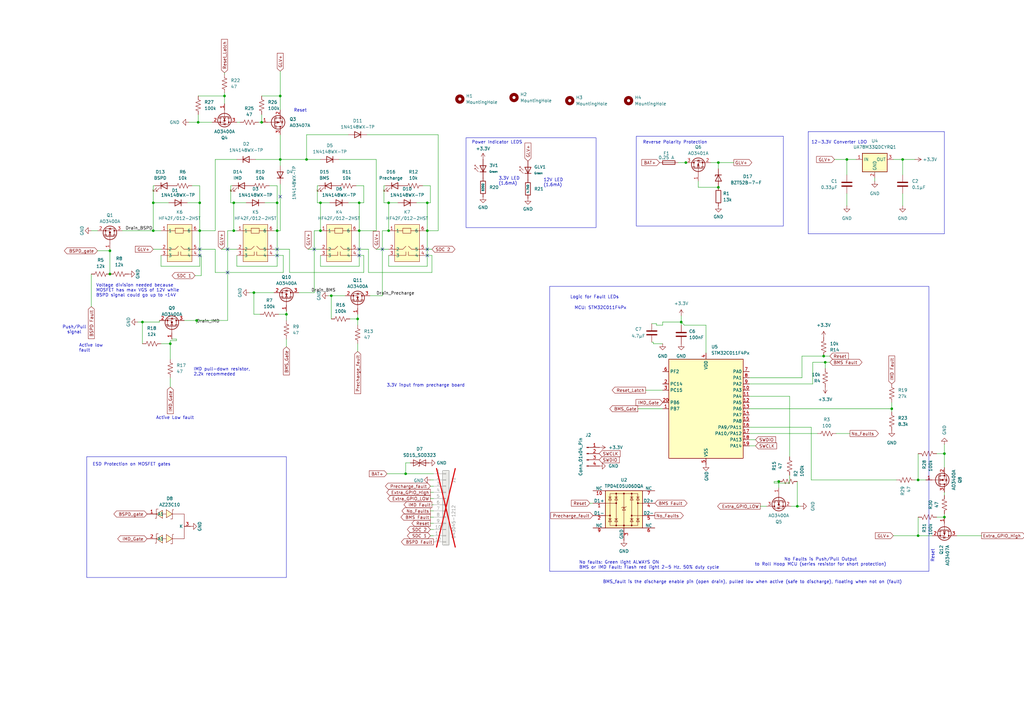
<source format=kicad_sch>
(kicad_sch (version 20250114) (generator "eeschema") (generator_version "9.0")
  (paper "A3")
  (rectangle (start 260.985 55.88) (end 321.31 92.71))
  (rectangle (start 191.135 56.515) (end 244.475 93.345))
  (rectangle (start 331.47 53.975) (end 387.35 95.885))
  (rectangle (start 35.56 187.325) (end 117.475 236.855))
  (rectangle (start 225.425 117.475) (end 381 234.315))
  (text "Active low \nfault" (at 32.385 144.526 0) (effects (font (size 1.27 1.27)) (justify left bottom)))
  (text "12V LED\n(1.6mA)" (at 222.885 74.93 0) (effects (font (size 1.27 1.27)) (justify left)))
  (text "Reset\n" (at 125.857 46.101 0) (effects (font (size 1.27 1.27)) (justify right bottom)))
  (text "MCU: STM32C011F4Px" (at 235.585 126.365 0) (effects (font (size 1.27 1.27)) (justify left)))
  (text "12-3.3V Converter LDO" (at 344.17 58.42 0) (effects (font (size 1.27 1.27))))
  (text "ESD Protection on MOSFET gates" (at 53.975 190.5 0) (effects (font (size 1.27 1.27))))
  (text "IMD pull-down resistor,\n2.2k recommeded" (at 79.375 154.305 0) (effects (font (size 1.27 1.27)) (justify left bottom)))
  (text "Logic for Fault LEDs" (at 243.84 121.92 0) (effects (font (size 1.27 1.27))))
  (text "Push/Pull\nsignal" (at 30.48 135.255 0) (effects (font (size 1.27 1.27))))
  (text "No Faults is Push/Pull Output\nto Roll Hoop MCU (series resistor for short protection)" (at 336.55 230.505 0) (effects (font (size 1.27 1.27))))
  (text "3.3V input from precharge board" (at 174.625 158.115 0) (effects (font (size 1.27 1.27))))
  (text "Reset\n" (at 383.286 230.632 90) (effects (font (size 1.27 1.27)) (justify left bottom)))
  (text "3.3V LED\n(1.6mA)" (at 204.47 74.295 0) (effects (font (size 1.27 1.27)) (justify left)))
  (text "BMS_fault is the discharge enable pin (open drain), pulled low when active (safe to discharge), floating when not on (fault)" (at 308.61 238.76 0) (effects (font (size 1.27 1.27))))
  (text "Reverse Polarity Protection" (at 276.86 58.42 0) (effects (font (size 1.27 1.27))))
  (text "Active Low fault" (at 71.755 171.45 0) (effects (font (size 1.27 1.27))))
  (text "Power Indicator LEDS" (at 203.835 58.42 0) (effects (font (size 1.27 1.27))))
  (text "Voltage division needed because\nMOSFET has max VGS of 12V while\nBSPD signal could go up to ~14V" (at 39.37 121.92 0) (effects (font (size 1.27 1.27)) (justify left bottom)))
  (text "No faults: Green light ALWAYS ON\nBMS or IMD Fault: Flash red light 2-5 Hz, 50% duty cycle" (at 237.49 231.775 0) (effects (font (size 1.27 1.27)) (justify left)))
  (junction (at 327.025 207.645))
  (junction (at 387.35 212.09))
  (junction (at 81.915 83.185))
  (junction (at 58.42 132.08))
  (junction (at 107.315 50.165))
  (junction (at 294.64 66.675))
  (junction (at 95.885 83.185))
  (junction (at 376.555 219.71))
  (junction (at 113.665 83.185))
  (junction (at 81.28 50.165))
  (junction (at 125.73 65.405))
  (junction (at 387.35 186.055))
  (junction (at 131.445 83.185))
  (junction (at 370.205 65.405))
  (junction (at 159.385 94.615))
  (junction (at 104.14 120.015))
  (junction (at 95.885 94.615))
  (junction (at 347.345 65.405))
  (junction (at 175.26 83.185))
  (junction (at 114.935 65.405))
  (junction (at 114.935 39.37))
  (junction (at 337.82 146.05))
  (junction (at 131.445 94.615))
  (junction (at 146.685 130.81))
  (junction (at 62.865 83.185))
  (junction (at 175.26 94.615))
  (junction (at 117.475 128.905))
  (junction (at 45.085 112.395))
  (junction (at 166.37 194.31))
  (junction (at 113.665 94.615))
  (junction (at 135.89 121.285))
  (junction (at 159.385 83.185))
  (junction (at 338.455 148.59))
  (junction (at 279.4 132.08))
  (junction (at 365.76 167.64))
  (junction (at 45.085 102.87))
  (junction (at 62.865 94.615))
  (junction (at 92.075 39.37))
  (junction (at 80.645 131.445))
  (junction (at 69.85 140.97))
  (junction (at 281.305 66.675))
  (junction (at 294.64 76.835))
  (junction (at 376.555 196.85))
  (junction (at 319.405 197.485))
  (junction (at 147.32 94.615))
  (junction (at 81.915 94.615))
  (junction (at 147.32 83.185))
  (no_connect (at 147.32 102.235))
  (no_connect (at 147.32 104.775))
  (no_connect (at 93.345 102.235))
  (no_connect (at 175.26 102.235))
  (no_connect (at 156.845 102.235))
  (no_connect (at 113.665 104.775))
  (no_connect (at 128.905 102.235))
  (no_connect (at 113.665 102.235))
  (no_connect (at 81.915 104.775))
  (no_connect (at 93.345 111.76))
  (no_connect (at 81.915 102.235))
  (no_connect (at 175.26 104.775))
  (no_connect (at 114.935 80.645))
  (wire (pts (xy 66.04 140.97) (xy 69.85 140.97)))
  (wire (pts (xy 370.205 65.405) (xy 370.205 71.755)))
  (wire (pts (xy 154.305 65.405) (xy 154.305 94.615)))
  (wire (pts (xy 179.705 94.615) (xy 175.26 94.615)))
  (wire (pts (xy 114.935 75.565) (xy 114.935 94.615)))
  (wire (pts (xy 62.865 76.2) (xy 63.5 76.2)))
  (wire (pts (xy 107.315 39.37) (xy 114.935 39.37)))
  (wire (pts (xy 112.395 102.235) (xy 118.745 102.235)))
  (wire (pts (xy 176.53 217.17) (xy 177.8 217.17)))
  (wire (pts (xy 114.935 65.405) (xy 114.935 67.945)))
  (wire (pts (xy 261.62 167.64) (xy 271.78 167.64)))
  (wire (pts (xy 384.175 212.09) (xy 387.35 212.09)))
  (wire (pts (xy 279.4 132.08) (xy 271.78 132.08)))
  (wire (pts (xy 139.065 65.405) (xy 154.305 65.405)))
  (wire (pts (xy 166.37 189.865) (xy 168.275 189.865)))
  (wire (pts (xy 271.78 132.08) (xy 271.78 133.35)))
  (wire (pts (xy 128.905 120.015) (xy 122.555 120.015)))
  (wire (pts (xy 104.14 128.905) (xy 106.68 128.905)))
  (wire (pts (xy 130.175 76.2) (xy 130.81 76.2)))
  (wire (pts (xy 113.665 94.615) (xy 112.395 94.615)))
  (wire (pts (xy 151.765 121.285) (xy 156.845 121.285)))
  (wire (pts (xy 114.935 29.21) (xy 114.935 39.37)))
  (wire (pts (xy 113.665 109.22) (xy 113.665 94.615)))
  (wire (pts (xy 177.165 207.01) (xy 177.8 207.01)))
  (wire (pts (xy 76.835 83.185) (xy 81.915 83.185)))
  (wire (pts (xy 95.885 83.185) (xy 95.885 94.615)))
  (wire (pts (xy 88.265 94.615) (xy 88.265 65.405)))
  (wire (pts (xy 338.455 148.59) (xy 338.455 151.13)))
  (wire (pts (xy 176.53 209.55) (xy 177.8 209.55)))
  (wire (pts (xy 125.73 65.405) (xy 131.445 65.405)))
  (wire (pts (xy 81.28 46.99) (xy 81.28 50.165)))
  (wire (pts (xy 271.78 140.97) (xy 267.97 140.97)))
  (wire (pts (xy 366.395 65.405) (xy 370.205 65.405)))
  (wire (pts (xy 107.315 46.99) (xy 107.315 50.165)))
  (wire (pts (xy 147.32 83.185) (xy 147.32 94.615)))
  (wire (pts (xy 143.51 130.81) (xy 146.685 130.81)))
  (wire (pts (xy 102.235 120.015) (xy 104.14 120.015)))
  (wire (pts (xy 319.405 200.025) (xy 319.405 197.485)))
  (wire (pts (xy 69.85 140.97) (xy 69.85 147.32)))
  (wire (pts (xy 128.905 94.615) (xy 131.445 94.615)))
  (wire (pts (xy 117.475 139.065) (xy 117.475 142.24)))
  (wire (pts (xy 150.495 55.245) (xy 179.705 55.245)))
  (wire (pts (xy 271.78 133.35) (xy 269.24 133.35)))
  (wire (pts (xy 147.32 109.22) (xy 147.32 94.615)))
  (wire (pts (xy 267.97 140.335) (xy 267.335 140.335)))
  (wire (pts (xy 114.935 65.405) (xy 125.73 65.405)))
  (wire (pts (xy 97.155 50.165) (xy 98.425 50.165)))
  (wire (pts (xy 56.515 132.08) (xy 58.42 132.08)))
  (wire (pts (xy 92.075 38.1) (xy 92.075 39.37)))
  (wire (pts (xy 157.48 76.2) (xy 157.48 83.185)))
  (wire (pts (xy 157.48 76.2) (xy 158.115 76.2)))
  (wire (pts (xy 384.175 186.055) (xy 387.35 186.055)))
  (wire (pts (xy 149.225 111.76) (xy 149.225 104.775)))
  (wire (pts (xy 365.76 165.1) (xy 365.76 167.64)))
  (wire (pts (xy 327.025 207.645) (xy 327.025 197.485)))
  (wire (pts (xy 158.75 194.31) (xy 166.37 194.31)))
  (wire (pts (xy 118.745 102.235) (xy 118.745 111.76)))
  (wire (pts (xy 387.35 201.93) (xy 387.35 203.2)))
  (wire (pts (xy 45.085 102.87) (xy 45.085 112.395)))
  (wire (pts (xy 97.155 104.775) (xy 97.155 109.22)))
  (wire (pts (xy 45.085 102.235) (xy 45.085 102.87)))
  (wire (pts (xy 88.265 111.76) (xy 116.205 111.76)))
  (wire (pts (xy 93.345 94.615) (xy 93.345 131.445)))
  (wire (pts (xy 328.93 146.05) (xy 328.93 154.94)))
  (wire (pts (xy 82.55 104.775) (xy 81.28 104.775)))
  (wire (pts (xy 81.915 76.2) (xy 81.915 83.185)))
  (wire (pts (xy 387.35 210.82) (xy 387.35 212.09)))
  (wire (pts (xy 342.265 65.405) (xy 347.345 65.405)))
  (wire (pts (xy 88.265 102.235) (xy 88.265 111.76)))
  (wire (pts (xy 159.385 109.22) (xy 175.26 109.22)))
  (wire (pts (xy 289.56 133.35) (xy 289.56 144.78)))
  (wire (pts (xy 66.04 104.775) (xy 66.04 109.22)))
  (wire (pts (xy 37.465 112.395) (xy 37.465 125.73)))
  (wire (pts (xy 58.42 132.08) (xy 65.405 132.08)))
  (wire (pts (xy 142.875 83.185) (xy 147.32 83.185)))
  (wire (pts (xy 114.935 94.615) (xy 113.665 94.615)))
  (wire (pts (xy 332.74 175.26) (xy 332.74 196.85)))
  (wire (pts (xy 80.01 113.03) (xy 82.55 113.03)))
  (wire (pts (xy 117.475 127.635) (xy 117.475 128.905)))
  (wire (pts (xy 104.775 65.405) (xy 114.935 65.405)))
  (wire (pts (xy 333.375 157.48) (xy 307.34 157.48)))
  (wire (pts (xy 72.39 139.065) (xy 70.485 139.065)))
  (wire (pts (xy 177.165 104.775) (xy 174.625 104.775)))
  (wire (pts (xy 176.53 196.85) (xy 177.8 196.85)))
  (wire (pts (xy 77.47 50.165) (xy 81.28 50.165)))
  (wire (pts (xy 131.445 104.775) (xy 131.445 109.22)))
  (wire (pts (xy 92.075 39.37) (xy 92.075 42.545)))
  (wire (pts (xy 376.555 212.09) (xy 376.555 219.71)))
  (wire (pts (xy 100.965 83.185) (xy 95.885 83.185)))
  (wire (pts (xy 294.64 66.675) (xy 300.99 66.675)))
  (wire (pts (xy 175.26 109.22) (xy 175.26 94.615)))
  (wire (pts (xy 81.915 83.185) (xy 81.915 94.615)))
  (wire (pts (xy 113.665 76.2) (xy 113.665 83.185)))
  (wire (pts (xy 375.285 196.85) (xy 376.555 196.85)))
  (wire (pts (xy 175.26 83.185) (xy 175.26 94.615)))
  (wire (pts (xy 309.88 180.34) (xy 307.34 180.34)))
  (wire (pts (xy 114.935 55.245) (xy 114.935 65.405)))
  (wire (pts (xy 81.915 94.615) (xy 81.915 109.22)))
  (wire (pts (xy 118.745 111.76) (xy 149.225 111.76)))
  (wire (pts (xy 75.565 131.445) (xy 80.645 131.445)))
  (wire (pts (xy 347.345 79.375) (xy 347.345 84.455)))
  (wire (pts (xy 173.355 76.2) (xy 176.53 76.2)))
  (wire (pts (xy 80.645 131.445) (xy 93.345 131.445)))
  (wire (pts (xy 328.295 207.645) (xy 327.025 207.645)))
  (wire (pts (xy 62.865 102.235) (xy 66.04 102.235)))
  (wire (pts (xy 69.85 154.94) (xy 69.85 158.75)))
  (wire (pts (xy 95.885 94.615) (xy 97.155 94.615)))
  (wire (pts (xy 40.005 102.87) (xy 45.085 102.87)))
  (wire (pts (xy 147.32 94.615) (xy 146.685 94.615)))
  (wire (pts (xy 114.3 128.905) (xy 117.475 128.905)))
  (wire (pts (xy 294.64 66.675) (xy 294.64 69.215)))
  (wire (pts (xy 291.465 66.675) (xy 294.64 66.675)))
  (wire (pts (xy 82.55 113.03) (xy 82.55 104.775)))
  (wire (pts (xy 281.305 66.675) (xy 281.94 66.675)))
  (wire (pts (xy 93.345 94.615) (xy 95.885 94.615)))
  (wire (pts (xy 66.04 109.22) (xy 81.915 109.22)))
  (wire (pts (xy 365.76 167.64) (xy 365.76 168.91)))
  (wire (pts (xy 159.385 104.775) (xy 159.385 109.22)))
  (wire (pts (xy 81.28 50.165) (xy 86.995 50.165)))
  (wire (pts (xy 156.845 94.615) (xy 156.845 121.285)))
  (wire (pts (xy 358.775 74.295) (xy 358.775 73.025)))
  (wire (pts (xy 179.705 55.245) (xy 179.705 94.615)))
  (wire (pts (xy 94.615 83.185) (xy 95.885 83.185)))
  (wire (pts (xy 104.14 120.015) (xy 104.14 128.905)))
  (wire (pts (xy 307.34 167.64) (xy 365.76 167.64)))
  (wire (pts (xy 78.74 76.2) (xy 81.915 76.2)))
  (wire (pts (xy 280.67 133.35) (xy 279.4 132.08)))
  (wire (pts (xy 130.175 83.185) (xy 131.445 83.185)))
  (wire (pts (xy 176.53 76.2) (xy 176.53 83.185)))
  (wire (pts (xy 342.9 177.8) (xy 348.615 177.8)))
  (wire (pts (xy 376.555 219.71) (xy 382.27 219.71)))
  (wire (pts (xy 317.5 198.12) (xy 317.5 197.485)))
  (wire (pts (xy 90.805 102.235) (xy 97.155 102.235)))
  (wire (pts (xy 151.13 102.235) (xy 151.13 111.76)))
  (wire (pts (xy 149.225 76.2) (xy 149.225 83.185)))
  (wire (pts (xy 147.32 94.615) (xy 154.305 94.615)))
  (wire (pts (xy 125.73 55.245) (xy 142.875 55.245)))
  (wire (pts (xy 58.42 132.08) (xy 58.42 140.97)))
  (wire (pts (xy 392.43 219.71) (xy 402.59 219.71)))
  (wire (pts (xy 279.4 129.54) (xy 279.4 132.08)))
  (wire (pts (xy 177.165 102.235) (xy 174.625 102.235)))
  (wire (pts (xy 278.13 66.675) (xy 281.305 66.675)))
  (wire (pts (xy 166.37 194.31) (xy 177.8 194.31)))
  (wire (pts (xy 286.385 74.295) (xy 286.385 76.835)))
  (wire (pts (xy 376.555 186.055) (xy 376.555 196.85)))
  (wire (pts (xy 333.375 148.59) (xy 333.375 157.48)))
  (wire (pts (xy 131.445 83.185) (xy 131.445 94.615)))
  (wire (pts (xy 156.845 94.615) (xy 159.385 94.615)))
  (wire (pts (xy 80.645 132.715) (xy 80.645 131.445)))
  (wire (pts (xy 151.13 111.76) (xy 177.165 111.76)))
  (wire (pts (xy 50.165 94.615) (xy 62.865 94.615)))
  (wire (pts (xy 130.175 76.2) (xy 130.175 83.185)))
  (wire (pts (xy 314.325 207.645) (xy 311.785 207.645)))
  (wire (pts (xy 149.225 104.775) (xy 146.685 104.775)))
  (wire (pts (xy 116.205 111.76) (xy 116.205 104.775)))
  (wire (pts (xy 69.215 83.185) (xy 62.865 83.185)))
  (wire (pts (xy 376.555 196.85) (xy 379.73 196.85)))
  (wire (pts (xy 135.89 121.285) (xy 135.89 130.81)))
  (wire (pts (xy 323.85 162.56) (xy 323.85 187.325)))
  (wire (pts (xy 146.685 128.905) (xy 146.685 130.81)))
  (wire (pts (xy 135.89 121.285) (xy 134.62 121.285)))
  (wire (pts (xy 170.815 83.185) (xy 175.26 83.185)))
  (wire (pts (xy 81.915 94.615) (xy 81.28 94.615)))
  (wire (pts (xy 328.93 146.05) (xy 337.82 146.05)))
  (wire (pts (xy 106.045 50.165) (xy 107.315 50.165)))
  (wire (pts (xy 175.26 94.615) (xy 174.625 94.615)))
  (wire (pts (xy 307.34 177.8) (xy 335.28 177.8)))
  (wire (pts (xy 146.685 140.97) (xy 146.685 144.145)))
  (wire (pts (xy 332.74 196.85) (xy 367.665 196.85)))
  (wire (pts (xy 176.53 199.39) (xy 177.8 199.39)))
  (wire (pts (xy 176.53 204.47) (xy 177.8 204.47)))
  (wire (pts (xy 125.73 65.405) (xy 125.73 55.245)))
  (wire (pts (xy 116.205 104.775) (xy 112.395 104.775)))
  (wire (pts (xy 146.685 130.81) (xy 146.685 133.35)))
  (wire (pts (xy 117.475 128.905) (xy 117.475 131.445)))
  (wire (pts (xy 97.155 65.405) (xy 88.265 65.405)))
  (wire (pts (xy 131.445 109.22) (xy 147.32 109.22)))
  (wire (pts (xy 154.305 102.235) (xy 159.385 102.235)))
  (wire (pts (xy 147.32 83.185) (xy 149.225 83.185)))
  (wire (pts (xy 347.345 65.405) (xy 347.345 71.755)))
  (wire (pts (xy 269.24 133.35) (xy 269.24 132.715)))
  (wire (pts (xy 387.35 182.245) (xy 387.35 186.055)))
  (wire (pts (xy 347.345 65.405) (xy 351.155 65.405)))
  (wire (pts (xy 176.53 212.09) (xy 177.8 212.09)))
  (wire (pts (xy 176.53 214.63) (xy 177.8 214.63)))
  (wire (pts (xy 328.93 154.94) (xy 307.34 154.94)))
  (wire (pts (xy 163.195 83.185) (xy 159.385 83.185)))
  (wire (pts (xy 176.53 201.93) (xy 177.8 201.93)))
  (wire (pts (xy 81.915 94.615) (xy 88.265 94.615)))
  (wire (pts (xy 113.665 83.185) (xy 113.665 94.615)))
  (wire (pts (xy 338.455 148.59) (xy 340.36 148.59)))
  (wire (pts (xy 387.35 186.055) (xy 387.35 191.77)))
  (wire (pts (xy 366.395 219.71) (xy 376.555 219.71)))
  (wire (pts (xy 114.935 39.37) (xy 114.935 45.085)))
  (wire (pts (xy 327.025 207.645) (xy 324.485 207.645)))
  (wire (pts (xy 157.48 83.185) (xy 159.385 83.185)))
  (wire (pts (xy 307.34 175.26) (xy 332.74 175.26)))
  (wire (pts (xy 323.85 198.12) (xy 323.85 194.945)))
  (wire (pts (xy 337.82 146.05) (xy 340.36 146.05)))
  (wire (pts (xy 243.205 206.375) (xy 241.935 206.375)))
  (wire (pts (xy 69.85 139.7) (xy 69.85 140.97)))
  (wire (pts (xy 159.385 83.185) (xy 159.385 94.615)))
  (wire (pts (xy 62.865 76.2) (xy 62.865 83.185)))
  (wire (pts (xy 65.405 132.08) (xy 65.405 131.445)))
  (wire (pts (xy 126.365 102.235) (xy 131.445 102.235)))
  (wire (pts (xy 370.205 65.405) (xy 375.285 65.405)))
  (wire (pts (xy 94.615 76.2) (xy 94.615 83.185)))
  (wire (pts (xy 108.585 83.185) (xy 113.665 83.185)))
  (wire (pts (xy 309.88 182.88) (xy 307.34 182.88)))
  (wire (pts (xy 286.385 76.835) (xy 294.64 76.835)))
  (wire (pts (xy 176.53 219.71) (xy 177.8 219.71)))
  (wire (pts (xy 69.85 139.7) (xy 72.39 139.7)))
  (wire (pts (xy 135.255 83.185) (xy 131.445 83.185)))
  (wire (pts (xy 94.615 76.2) (xy 95.25 76.2)))
  (wire (pts (xy 92.075 29.845) (xy 92.075 30.48)))
  (wire (pts (xy 317.5 197.485) (xy 319.405 197.485)))
  (wire (pts (xy 81.28 102.235) (xy 88.265 102.235)))
  (wire (pts (xy 62.865 83.185) (xy 62.865 94.615)))
  (wire (pts (xy 141.605 121.285) (xy 135.89 121.285)))
  (wire (pts (xy 175.26 83.185) (xy 176.53 83.185)))
  (wire (pts (xy 62.865 94.615) (xy 66.04 94.615)))
  (wire (pts (xy 97.155 109.22) (xy 113.665 109.22)))
  (wire (pts (xy 177.165 111.76) (xy 177.165 104.775)))
  (wire (pts (xy 72.39 139.7) (xy 72.39 139.065)))
  (wire (pts (xy 333.375 148.59) (xy 338.455 148.59)))
  (wire (pts (xy 37.465 94.615) (xy 40.005 94.615)))
  (wire (pts (xy 128.905 94.615) (xy 128.905 120.015)))
  (wire (pts (xy 104.14 120.015) (xy 112.395 120.015)))
  (wire (pts (xy 269.24 132.715) (xy 267.335 132.715)))
  (wire (pts (xy 307.34 162.56) (xy 323.85 162.56)))
  (wire (pts (xy 370.205 79.375) (xy 370.205 84.455)))
  (wire (pts (xy 289.56 133.35) (xy 280.67 133.35)))
  (wire (pts (xy 323.85 198.12) (xy 317.5 198.12)))
  (wire (pts (xy 110.49 76.2) (xy 113.665 76.2)))
  (wire (pts (xy 166.37 189.865) (xy 166.37 194.31)))
  (wire (pts (xy 264.795 160.02) (xy 271.78 160.02)))
  (wire (pts (xy 81.28 39.37) (xy 92.075 39.37)))
  (wire (pts (xy 146.05 76.2) (xy 149.225 76.2)))
  (wire (pts (xy 279.4 132.08) (xy 279.4 133.35)))
  (wire (pts (xy 267.97 140.97) (xy 267.97 140.335)))
  (wire (pts (xy 146.685 102.235) (xy 151.13 102.235)))
  (label "Drain_BMS" (at 127.635 120.015 0))
  (label "Drain_Precharge" (at 154.305 121.285 0))
  (label "Drain_BSPD" (at 51.435 94.615 0))
  (label "Drain_IMD" (at 80.645 132.715 0))
  (global_label "Extra_GPIO_LOW" (shape output) (at 311.785 207.645 180) (property "Intersheetrefs" "${INTERSHEET_REFS}" (effects (hide yes))))
  (global_label "Precharge_fault" (shape bidirectional) (at 176.53 199.39 180) (property "Intersheetrefs" "${INTERSHEET_REFS}" (effects (hide yes))))
  (global_label "GLV+" (shape input) (at 154.305 102.235 90) (property "Intersheetrefs" "${INTERSHEET_REFS}" (effects (hide yes))))
  (global_label "SWDIO" (shape input) (at 309.88 180.34 0) (property "Intersheetrefs" "${INTERSHEET_REFS}" (effects (hide yes))))
  (global_label "Reset_Latch" (shape input) (at 92.075 29.845 90) (property "Intersheetrefs" "${INTERSHEET_REFS}" (effects (hide yes))))
  (global_label "IMD Fault" (shape input) (at 365.76 157.48 90) (property "Intersheetrefs" "${INTERSHEET_REFS}" (effects (hide yes))))
  (global_label "Extra_GPIO_High" (shape output) (at 402.59 219.71 0) (property "Intersheetrefs" "${INTERSHEET_REFS}" (effects (hide yes))))
  (global_label "IMD Fault" (shape output) (at 177.165 207.01 180) (property "Intersheetrefs" "${INTERSHEET_REFS}" (effects (hide yes))))
  (global_label "Precharge_fault" (shape input) (at 146.685 144.145 270) (property "Intersheetrefs" "${INTERSHEET_REFS}" (effects (hide yes))))
  (global_label "BSPD_gate" (shape bidirectional) (at 40.005 102.87 180) (property "Intersheetrefs" "${INTERSHEET_REFS}" (effects (hide yes))))
  (global_label "BSPD_gate" (shape bidirectional) (at 60.325 210.82 180) (property "Intersheetrefs" "${INTERSHEET_REFS}" (effects (hide yes))))
  (global_label "IMD_Gate" (shape input) (at 69.85 158.75 270) (property "Intersheetrefs" "${INTERSHEET_REFS}" (effects (hide yes))))
  (global_label "Extra_GPIO_LOW" (shape output) (at 176.53 204.47 180) (property "Intersheetrefs" "${INTERSHEET_REFS}" (effects (hide yes))))
  (global_label "GLV+" (shape output) (at 300.99 66.675 0) (property "Intersheetrefs" "${INTERSHEET_REFS}" (effects (hide yes))))
  (global_label "GLV+" (shape input) (at 216.535 66.04 90) (property "Intersheetrefs" "${INTERSHEET_REFS}" (effects (hide yes))))
  (global_label "BMS_Gate" (shape output) (at 261.62 167.64 180) (property "Intersheetrefs" "${INTERSHEET_REFS}" (effects (hide yes))))
  (global_label "IMD_Gate" (shape bidirectional) (at 60.325 220.98 180) (property "Intersheetrefs" "${INTERSHEET_REFS}" (effects (hide yes))))
  (global_label "BMS_Gate" (shape input) (at 117.475 142.24 270) (property "Intersheetrefs" "${INTERSHEET_REFS}" (effects (hide yes))))
  (global_label "GLV+" (shape input) (at 114.935 29.21 90) (property "Intersheetrefs" "${INTERSHEET_REFS}" (effects (hide yes))))
  (global_label "BMS Fault" (shape bidirectional) (at 268.605 206.375 0) (property "Intersheetrefs" "${INTERSHEET_REFS}" (effects (hide yes))))
  (global_label "BAT+" (shape input) (at 158.75 194.31 180) (property "Intersheetrefs" "${INTERSHEET_REFS}" (effects (hide yes))))
  (global_label "IMD_Gate" (shape input) (at 271.78 165.1 180) (property "Intersheetrefs" "${INTERSHEET_REFS}" (effects (hide yes))))
  (global_label "GLV+" (shape input) (at 126.365 102.235 90) (property "Intersheetrefs" "${INTERSHEET_REFS}" (effects (hide yes))))
  (global_label "GLV+" (shape input) (at 62.865 102.235 180) (property "Intersheetrefs" "${INTERSHEET_REFS}" (effects (hide yes))))
  (global_label "SWDIO" (shape input) (at 245.745 188.595 0) (property "Intersheetrefs" "${INTERSHEET_REFS}" (effects (hide yes))))
  (global_label "No_Faults" (shape output) (at 348.615 177.8 0) (property "Intersheetrefs" "${INTERSHEET_REFS}" (effects (hide yes))))
  (global_label "GLV+" (shape input) (at 90.805 102.235 90) (property "Intersheetrefs" "${INTERSHEET_REFS}" (effects (hide yes))))
  (global_label "SWCLK" (shape input) (at 309.88 182.88 0) (property "Intersheetrefs" "${INTERSHEET_REFS}" (effects (hide yes))))
  (global_label "No_Faults" (shape output) (at 176.53 209.55 180) (property "Intersheetrefs" "${INTERSHEET_REFS}" (effects (hide yes))))
  (global_label "GLV+" (shape input) (at 366.395 219.71 180) (property "Intersheetrefs" "${INTERSHEET_REFS}" (effects (hide yes))))
  (global_label "BAT+" (shape input) (at 270.51 66.675 180) (property "Intersheetrefs" "${INTERSHEET_REFS}" (effects (hide yes))))
  (global_label "Reset" (shape output) (at 176.53 214.63 180) (property "Intersheetrefs" "${INTERSHEET_REFS}" (effects (hide yes))))
  (global_label "BSPD Fault" (shape output) (at 177.8 222.25 180) (property "Intersheetrefs" "${INTERSHEET_REFS}" (effects (hide yes))))
  (global_label "Reset" (shape input) (at 340.36 146.05 0) (property "Intersheetrefs" "${INTERSHEET_REFS}" (effects (hide yes))))
  (global_label "Precharge_fault" (shape input) (at 243.205 211.455 180) (property "Intersheetrefs" "${INTERSHEET_REFS}" (effects (hide yes))))
  (global_label "GLV+" (shape input) (at 342.265 65.405 180) (property "Intersheetrefs" "${INTERSHEET_REFS}" (effects (hide yes))))
  (global_label "Reset" (shape input) (at 241.935 206.375 180) (property "Intersheetrefs" "${INTERSHEET_REFS}" (effects (hide yes))))
  (global_label "SWCLK" (shape input) (at 245.745 186.055 0) (property "Intersheetrefs" "${INTERSHEET_REFS}" (effects (hide yes))))
  (global_label "BMS Fault" (shape bidirectional) (at 340.36 148.59 0) (property "Intersheetrefs" "${INTERSHEET_REFS}" (effects (hide yes))))
  (global_label "SDC 2" (shape bidirectional) (at 176.53 217.17 180) (property "Intersheetrefs" "${INTERSHEET_REFS}" (effects (hide yes))))
  (global_label "SDC 1" (shape bidirectional) (at 176.53 219.71 180) (property "Intersheetrefs" "${INTERSHEET_REFS}" (effects (hide yes))))
  (global_label "Reset_Latch" (shape output) (at 264.795 160.02 180) (property "Intersheetrefs" "${INTERSHEET_REFS}" (effects (hide yes))))
  (global_label "SDC 1" (shape bidirectional) (at 80.01 113.03 180) (property "Intersheetrefs" "${INTERSHEET_REFS}" (effects (hide yes))))
  (global_label "Extra_GPIO_High" (shape output) (at 176.53 201.93 180) (property "Intersheetrefs" "${INTERSHEET_REFS}" (effects (hide yes))))
  (global_label "No_Faults" (shape output) (at 268.605 211.455 0) (property "Intersheetrefs" "${INTERSHEET_REFS}" (effects (hide yes))))
  (global_label "BMS Fault" (shape output) (at 176.53 212.09 180) (property "Intersheetrefs" "${INTERSHEET_REFS}" (effects (hide yes))))
  (global_label "BSPD Fault" (shape input) (at 37.465 125.73 270) (property "Intersheetrefs" "${INTERSHEET_REFS}" (effects (hide yes))))
  (global_label "SDC 2" (shape bidirectional) (at 177.165 102.235 0) (property "Intersheetrefs" "${INTERSHEET_REFS}" (effects (hide yes))))
  (symbol (lib_id "Device:R") (at 294.64 80.645 0) (unit 1)
    (property "Reference" "R1" (at 296.545 79.3749 0) (effects (justify left)))
    (property "Value" "13k" (at 296.545 81.9149 0) (effects (justify left)))
    (property "Footprint" "Resistor_SMD:R_0603_1608Metric" (effects (hide yes)))
    (property "Description" "Resistor" (effects (hide yes)))
  )
  (symbol (lib_id "Diode:1N4148") (at 167.005 83.185 180) (unit 1)
    (property "Reference" "D10" (at 167.005 77.47 0))
    (property "Value" "1N4148WX-TP" (at 167.005 80.01 0))
    (property "Footprint" "Diode_SMD:D_SOD-323" (effects (hide yes)))
    (property "Datasheet" "https://assets.nexperia.com/documents/data-sheet/1N4148_1N4448.pdf" (effects (hide yes)))
    (property "Sim.Device" "D" (effects (hide yes)))
    (property "Sim.Pins" "1=K 2=A" (effects (hide yes)))
  )
  (symbol (lib_id "power:GND") (at 279.4 140.97 0) (unit 1)
    (property "Reference" "#PWR039" (effects (hide yes)))
    (property "Value" "GND" (at 279.4 146.05 0))
    (property "Description" "Power symbol creates a global label with name \"GND\" , ground" (effects (hide yes)))
  )
  (symbol (lib_name "GND_6") (lib_id "power:GND") (at 102.235 120.015 270) (unit 1)
    (property "Reference" "#PWR010" (effects (hide yes)))
    (property "Value" "GND" (at 98.425 120.015 0))
  )
  (symbol (lib_id "power:GND") (at 347.345 84.455 0) (unit 1)
    (property "Reference" "#PWR02" (effects (hide yes)))
    (property "Value" "GND" (at 347.345 89.535 0))
    (property "Description" "Power symbol creates a global label with name \"GND\" , ground" (effects (hide yes)))
  )
  (symbol (lib_id "Transistor_FET:AO3400A") (at 92.075 47.625 270) (unit 1)
    (property "Reference" "Q4" (at 92.075 56.515 90))
    (property "Value" "AO3400A" (at 92.075 53.975 90))
    (property "Footprint" "Package_TO_SOT_SMD:SOT-23" (effects (hide yes)))
    (property "Datasheet" "http://www.aosmd.com/pdfs/datasheet/AO3400A.pdf" (effects (hide yes)))
    (property "Description" "30V Vds, 5.7A Id, N-Channel MOSFET, SOT-23" (effects (hide yes)))
  )
  (symbol (lib_id "Device:R_US") (at 102.235 50.165 90) (unit 1)
    (property "Reference" "R25" (at 102.235 44.45 90))
    (property "Value" "47" (at 102.235 46.99 90))
    (property "Footprint" "Resistor_SMD:R_0603_1608Metric" (effects (hide yes)))
  )
  (symbol (lib_id "easyeda2kicad:PSM712-LF-T7") (at 69.215 215.9 0) (unit 1)
    (property "Reference" "D8" (at 69.595 204.47 0))
    (property "Value" "AZ23C10" (at 69.595 207.01 0))
    (property "Footprint" "Package_TO_SOT_SMD:SOT-23" (effects (hide yes)))
    (property "Datasheet" "https://lcsc.com/product-detail/TVS_PSM712-LF-T7_C32677.html" (effects (hide yes)))
    (property "LCSC Part" "C32677" (effects (hide yes)))
  )
  (symbol (lib_id "power:+3.3V") (at 198.12 65.405 0) (unit 1)
    (property "Reference" "#PWR028" (effects (hide yes)))
    (property "Value" "+3.3V" (at 198.12 60.96 0))
    (property "Description" "Power symbol creates a global label with name \"+3.3V\"" (effects (hide yes)))
  )
  (symbol (lib_id "Diode:1N4148") (at 114.935 71.755 90) (unit 1)
    (property "Reference" "D4" (at 117.475 70.4849 90) (effects (justify right)))
    (property "Value" "1N4148WX-TP" (at 120.65 67.945 0) (effects (justify right)))
    (property "Footprint" "Diode_SMD:D_SOD-323" (effects (hide yes)))
    (property "Datasheet" "https://assets.nexperia.com/documents/data-sheet/1N4148_1N4448.pdf" (effects (hide yes)))
    (property "Sim.Device" "D" (effects (hide yes)))
    (property "Sim.Pins" "1=K 2=A" (effects (hide yes)))
  )
  (symbol (lib_id "MCU_ST_STM32C0:STM32C011F4Px") (at 289.56 167.64 0) (unit 1)
    (property "Reference" "U5" (at 291.7033 142.24 0) (effects (justify left)))
    (property "Value" "STM32C011F4Px" (at 291.7033 144.78 0) (effects (justify left)))
    (property "Footprint" "Package_SO:TSSOP-20_4.4x6.5mm_P0.65mm" (effects (hide yes)))
    (property "Datasheet" "https://www.st.com/resource/en/datasheet/stm32c011f4.pdf" (effects (hide yes)))
    (property "Description" "STMicroelectronics Arm Cortex-M0+ MCU, 16KB flash, 6KB RAM, 48 MHz, 2.0-3.6V, 18 GPIO, TSSOP20" (effects (hide yes)))
  )
  (symbol (lib_id "Device:C") (at 279.4 137.16 180) (unit 1)
    (property "Reference" "C6" (at 282.575 135.8899 0) (effects (justify right)))
    (property "Value" "100nF" (at 282.575 138.4299 0) (effects (justify right)))
    (property "Footprint" "Capacitor_SMD:C_0402_1005Metric" (effects (hide yes)))
    (property "Description" "Unpolarized capacitor" (effects (hide yes)))
  )
  (symbol (lib_id "Diode:1N4148") (at 104.775 83.185 180) (unit 1)
    (property "Reference" "D3" (at 104.775 77.47 0))
    (property "Value" "1N4148WX-TP" (at 104.775 80.01 0))
    (property "Footprint" "Diode_SMD:D_SOD-323" (effects (hide yes)))
    (property "Datasheet" "https://assets.nexperia.com/documents/data-sheet/1N4148_1N4448.pdf" (effects (hide yes)))
    (property "Sim.Device" "D" (effects (hide yes)))
    (property "Sim.Pins" "1=K 2=A" (effects (hide yes)))
  )
  (symbol (lib_id "Device:R_US") (at 41.275 112.395 270) (unit 1)
    (property "Reference" "R5" (at 41.275 106.68 90))
    (property "Value" "12k" (at 41.275 109.22 90))
    (property "Footprint" "Resistor_SMD:R_0603_1608Metric" (effects (hide yes)))
  )
  (symbol (lib_id "Device:R_US") (at 74.93 76.2 90) (unit 1)
    (property "Reference" "R6" (at 74.93 70.485 90))
    (property "Value" "10k" (at 74.93 73.025 90))
    (property "Footprint" "Resistor_SMD:R_0603_1608Metric" (effects (hide yes)))
  )
  (symbol (lib_id "PCM_JLCPCB-Resistors:0603,820Ω") (at 198.12 76.835 0) (unit 1)
    (property "Reference" "R20" (at 200.66 76.8349 0) (effects (justify left)))
    (property "Value" "820Ω" (at 198.12 76.835 90) (effects (font (size 0.8 0.8))))
    (property "Footprint" "Resistor_SMD:R_0603_1608Metric" (effects (hide yes)))
    (property "Datasheet" "https://www.lcsc.com/datasheet/lcsc_datasheet_2206010100_UNI-ROYAL-Uniroyal-Elec-0603WAF8200T5E_C23253.pdf" (effects (hide yes)))
    (property "Description" "100mW Thick Film Resistors 75V ±100ppm/°C ±1% 820Ω 0603 Chip Resistor - Surface Mount ROHS" (effects (hide yes)))
    (property "LCSC" "C23253" (effects (hide yes)))
    (property "Stock" "316263" (effects (hide yes)))
    (property "Price" "0.004USD" (effects (hide yes)))
    (property "Process" "SMT" (effects (hide yes)))
    (property "Minimum Qty" "20" (effects (hide yes)))
    (property "Attrition Qty" "10" (effects (hide yes)))
    (property "Class" "Basic Component" (effects (hide yes)))
    (property "Category" "Resistors,Chip Resistor - Surface Mount" (effects (hide yes)))
    (property "Manufacturer" "UNI-ROYAL(Uniroyal Elec)" (effects (hide yes)))
    (property "Part" "0603WAF8200T5E" (effects (hide yes)))
    (property "Resistance" "820Ω" (effects (hide yes)))
    (property "Power(Watts)" "100mW" (effects (hide yes)))
    (property "Type" "Thick Film Resistors" (effects (hide yes)))
    (property "Overload Voltage (Max)" "75V" (effects (hide yes)))
    (property "Operating Temperature Range" "-55°C~+155°C" (effects (hide yes)))
    (property "Tolerance" "±1%" (effects (hide yes)))
    (property "Temperature Coefficient" "±100ppm/°C" (effects (hide yes)))
  )
  (symbol (lib_id "power:GND") (at 271.78 140.97 0) (unit 1)
    (property "Reference" "#PWR018" (effects (hide yes)))
    (property "Value" "GND" (at 271.78 146.05 0))
    (property "Description" "Power symbol creates a global label with name \"GND\" , ground" (effects (hide yes)))
  )
  (symbol (lib_id "power:GND") (at 175.895 189.865 90) (unit 1)
    (property "Reference" "#PWR07" (effects (hide yes)))
    (property "Value" "GND" (at 179.07 189.8649 90) (effects (justify right)))
    (property "Description" "Power symbol creates a global label with name \"GND\" , ground" (effects (hide yes)))
  )
  (symbol (lib_id "Device:R_US") (at 146.685 137.16 0) (unit 1)
    (property "Reference" "R13" (at 149.225 135.8899 0) (effects (justify left)))
    (property "Value" "47" (at 149.225 138.4299 0) (effects (justify left)))
    (property "Footprint" "Resistor_SMD:R_0603_1608Metric" (effects (hide yes)))
  )
  (symbol (lib_id "Device:LED") (at 67.31 76.2 0) (unit 1)
    (property "Reference" "D13" (at 65.7225 70.485 0))
    (property "Value" "BSPD" (at 65.7225 73.025 0))
    (property "Footprint" "LED_SMD:LED_0805_2012Metric" (effects (hide yes)))
    (property "Description" "Light emitting diode" (effects (hide yes)))
    (property "Sim.Pins" "1=K 2=A" (effects (hide yes)))
  )
  (symbol (lib_id "Device:R_US") (at 371.475 196.85 90) (mirror x) (unit 1)
    (property "Reference" "R29" (at 370.2049 199.39 0) (effects (justify left)))
    (property "Value" "47" (at 372.7449 199.39 0) (effects (justify left)))
    (property "Footprint" "Resistor_SMD:R_0603_1608Metric" (effects (hide yes)))
  )
  (symbol (lib_id "Transistor_FET:AO3400A") (at 384.81 196.85 0) (mirror x) (unit 1)
    (property "Reference" "Q8" (at 393.7 196.85 90))
    (property "Value" "AO3400A" (at 391.16 196.85 90))
    (property "Footprint" "Package_TO_SOT_SMD:SOT-23" (effects (hide yes)))
    (property "Datasheet" "http://www.aosmd.com/pdfs/datasheet/AO3400A.pdf" (effects (hide yes)))
    (property "Description" "30V Vds, 5.7A Id, N-Channel MOSFET, SOT-23" (effects (hide yes)))
  )
  (symbol (lib_id "easyeda2kicad:HF42F_012-2HST") (at 139.065 99.695 270) (unit 1)
    (property "Reference" "K4" (at 139.065 86.995 90))
    (property "Value" "HF42F/012-2HST" (at 139.065 89.535 90))
    (property "Footprint" "easyeda2kicad:RELAYS-TH_HF42F-XX-2HSX-XXX" (effects (hide yes)))
    (property "Datasheet" "https://lcsc.com/product-detail/Relays_HF42F-012-2HST_C165254.html" (effects (hide yes)))
    (property "LCSC Part" "C165254" (effects (hide yes)))
  )
  (symbol (lib_id "Transistor_FET:AO3401A") (at 387.35 217.17 270) (unit 1)
    (property "Reference" "Q12" (at 386.0799 223.52 0) (effects (justify left)))
    (property "Value" "AO3407A" (at 388.6199 223.52 0) (effects (justify left)))
    (property "Footprint" "Package_TO_SOT_SMD:SOT-23" (effects (hide yes)))
    (property "Datasheet" "http://www.aosmd.com/pdfs/datasheet/AO3401A.pdf" (effects (hide yes)))
    (property "Description" "-4.0A Id, -30V Vds, P-Channel MOSFET, SOT-23" (effects (hide yes)))
  )
  (symbol (lib_id "Mechanical:MountingHole") (at 257.81 41.275 0) (unit 1) (in_bom no)
    (property "Reference" "H4" (at 260.35 40.0049 0) (effects (justify left)))
    (property "Value" "MountingHole" (at 260.35 42.5449 0) (effects (justify left)))
    (property "Footprint" "MountingHole:MountingHole_4.3mm_M4" (effects (hide yes)))
    (property "Description" "Mounting Hole without connection" (effects (hide yes)))
  )
  (symbol (lib_id "Device:C") (at 347.345 75.565 0) (mirror y) (unit 1)
    (property "Reference" "C1" (at 343.535 74.2949 0) (effects (justify left)))
    (property "Value" "0.33μF" (at 343.535 76.8349 0) (effects (justify left)))
    (property "Footprint" "Capacitor_SMD:C_0402_1005Metric" (effects (hide yes)))
    (property "Description" "Unpolarized capacitor" (effects (hide yes)))
  )
  (symbol (lib_id "Device:LED") (at 99.06 76.2 0) (unit 1)
    (property "Reference" "D14" (at 97.4725 70.485 0))
    (property "Value" "IMD" (at 97.4725 73.025 0))
    (property "Footprint" "LED_SMD:LED_0805_2012Metric" (effects (hide yes)))
    (property "Description" "Light emitting diode" (effects (hide yes)))
    (property "Sim.Pins" "1=K 2=A" (effects (hide yes)))
  )
  (symbol (lib_id "Device:R_US") (at 117.475 135.255 0) (unit 1)
    (property "Reference" "R9" (at 120.015 133.9849 0) (effects (justify left)))
    (property "Value" "47" (at 120.015 136.5249 0) (effects (justify left)))
    (property "Footprint" "Resistor_SMD:R_0603_1608Metric" (effects (hide yes)))
  )
  (symbol (lib_id "Diode:1N4148") (at 73.025 83.185 180) (unit 1)
    (property "Reference" "D1" (at 71.755 78.105 0))
    (property "Value" "1N4148WX-TP" (at 73.025 80.01 0))
    (property "Footprint" "Diode_SMD:D_SOD-323" (effects (hide yes)))
    (property "Datasheet" "https://assets.nexperia.com/documents/data-sheet/1N4148_1N4448.pdf" (effects (hide yes)))
    (property "Sim.Device" "D" (effects (hide yes)))
    (property "Sim.Pins" "1=K 2=A" (effects (hide yes)))
  )
  (symbol (lib_id "power:GND") (at 358.775 74.295 0) (unit 1)
    (property "Reference" "#PWR017" (effects (hide yes)))
    (property "Value" "GND" (at 358.775 79.375 0))
    (property "Description" "Power symbol creates a global label with name \"GND\" , ground" (effects (hide yes)))
  )
  (symbol (lib_id "Device:Fuse") (at 274.32 66.675 90) (unit 1)
    (property "Reference" "F1" (at 273.304 62.865 90))
    (property "Value" "0.25 A" (at 273.304 64.643 90))
    (property "Footprint" "Fuse:Fuse_1206_3216Metric_Pad1.42x1.75mm_HandSolder" (effects (hide yes)))
    (property "Description" "Fuse" (effects (hide yes)))
  )
  (symbol (lib_name "GND_2") (lib_id "power:GND") (at 52.705 112.395 90) (unit 1)
    (property "Reference" "#PWR012" (effects (hide yes)))
    (property "Value" "GND" (at 56.515 112.395 0))
  )
  (symbol (lib_name "GND_4") (lib_id "power:GND") (at 176.53 196.85 270) (unit 1)
    (property "Reference" "#PWR025" (effects (hide yes)))
    (property "Value" "GND" (at 171.704 197.104 90))
  )
  (symbol (lib_id "Device:R_US") (at 107.315 43.18 180) (unit 1)
    (property "Reference" "R26" (at 109.855 41.9099 0) (effects (justify right)))
    (property "Value" "100k" (at 109.855 44.4499 0) (effects (justify right)))
    (property "Footprint" "Resistor_SMD:R_0603_1608Metric" (effects (hide yes)))
  )
  (symbol (lib_id "Transistor_FET:AO3400A") (at 45.085 97.155 270) (mirror x) (unit 1)
    (property "Reference" "Q1" (at 45.085 88.265 90))
    (property "Value" "AO3400A" (at 45.085 90.805 90))
    (property "Footprint" "Package_TO_SOT_SMD:SOT-23" (effects (hide yes)))
    (property "Datasheet" "http://www.aosmd.com/pdfs/datasheet/AO3400A.pdf" (effects (hide yes)))
    (property "Description" "30V Vds, 5.7A Id, N-Channel MOSFET, SOT-23" (effects (hide yes)))
  )
  (symbol (lib_id "power:GND") (at 77.47 50.165 270) (unit 1)
    (property "Reference" "#PWR022" (effects (hide yes)))
    (property "Value" "GND" (at 73.66 50.1649 90) (effects (justify right)))
    (property "Description" "Power symbol creates a global label with name \"GND\" , ground" (effects (hide yes)))
  )
  (symbol (lib_id "Power_Protection:TPD4E05U06DQA") (at 255.905 208.915 0) (unit 1)
    (property "Reference" "U2" (at 255.905 196.85 0))
    (property "Value" "TPD4E05U06DQA" (at 255.905 199.39 0))
    (property "Footprint" "Package_SON:USON-10_2.5x1.0mm_P0.5mm" (effects (hide yes)))
    (property "Datasheet" "https://www.ti.com/lit/ds/symlink/tpd4e05u06.pdf" (effects (hide yes)))
    (property "Description" "4-Channel ESD Protection for Super-Speed USB 3.0 Interface, USON-10" (effects (hide yes)))
  )
  (symbol (lib_id "Device:R_US") (at 339.09 177.8 90) (unit 1)
    (property "Reference" "R3" (at 339.09 172.085 90))
    (property "Value" "100" (at 339.09 174.625 90))
    (property "Footprint" "Resistor_SMD:R_0603_1608Metric" (effects (hide yes)))
    (property "Description" "Resistor, US symbol" (effects (hide yes)))
  )
  (symbol (lib_id "Device:R_US") (at 380.365 186.055 270) (mirror x) (unit 1)
    (property "Reference" "R28" (at 379.0949 188.595 0) (effects (justify right)))
    (property "Value" "100k" (at 381.6349 188.595 0) (effects (justify right)))
    (property "Footprint" "Resistor_SMD:R_0603_1608Metric" (effects (hide yes)))
  )
  (symbol (lib_id "PCM_JLCPCB-Diodes:LED,0805,Red") (at 216.535 69.85 0) (unit 1)
    (property "Reference" "GLV1" (at 219.075 68.4846 0) (effects (justify left)))
    (property "Value" "Green" (at 219.075 71.0247 0) (effects (font (size 0.8 0.8)) (justify left)))
    (property "Footprint" "LED_SMD:LED_0805_2012Metric" (effects (hide yes)))
    (property "Datasheet" "https://www.lcsc.com/datasheet/C84260.pdf" (effects (hide yes)))
    (property "Description" "25mA Colorless transparent lens 67mcd~195mcd -30°C~+85°C 615nm~630nm Individual diode Red 130° 65mW 1.6V~2.6V 0805 LED Indication - Discrete ROHS" (effects (hide yes)))
    (property "LCSC" "C84260" (effects (hide yes)))
    (property "Stock" "3045865" (effects (hide yes)))
    (property "Price" "0.016USD" (effects (hide yes)))
    (property "Process" "SMT" (effects (hide yes)))
    (property "Minimum Qty" "20" (effects (hide yes)))
    (property "Attrition Qty" "10" (effects (hide yes)))
    (property "Class" "Basic Component" (effects (hide yes)))
    (property "Category" "Optoelectronics,Light Emitting Diodes (LED)" (effects (hide yes)))
    (property "Manufacturer" "Foshan NationStar Optoelectronics" (effects (hide yes)))
    (property "Part" "NCD0805R1" (effects (hide yes)))
    (property "Operating Temperature" "-30°C~+85°C" (effects (hide yes)))
    (property "Viewing Angle" "130°" (effects (hide yes)))
    (property "Forward Current" "25mA" (effects (hide yes)))
    (property "Forward Voltage (VF)" "1.6V~2.6V" (effects (hide yes)))
    (property "Luminous Intensity" "67mcd~195mcd" (effects (hide yes)))
    (property "Dominant Wavelength" "615nm~630nm" (effects (hide yes)))
    (property "Power Dissipation" "65mW" (effects (hide yes)))
    (property "Emitted Color" "Red" (effects (hide yes)))
    (property "Diode Configuration" "Independent Diode" (effects (hide yes)))
    (property "Lens Color" "Colorless Transparent Lens" (effects (hide yes)))
  )
  (symbol (lib_id "Diode:1N4148") (at 135.255 65.405 180) (unit 1)
    (property "Reference" "D5" (at 135.255 59.69 0))
    (property "Value" "1N4148WX-TP" (at 135.255 62.23 0))
    (property "Footprint" "Diode_SMD:D_SOD-323" (effects (hide yes)))
    (property "Datasheet" "https://assets.nexperia.com/documents/data-sheet/1N4148_1N4448.pdf" (effects (hide yes)))
    (property "Sim.Device" "D" (effects (hide yes)))
    (property "Sim.Pins" "1=K 2=A" (effects (hide yes)))
  )
  (symbol (lib_id "Regulator_Linear:UA78M33QDCYRQ1") (at 358.775 65.405 0) (unit 1)
    (property "Reference" "U4" (at 358.775 57.785 0))
    (property "Value" "UA78M33QDCYRQ1" (at 358.775 60.325 0))
    (property "Footprint" "Package_TO_SOT_SMD:TO-252-2" (effects (hide yes)))
    (property "Datasheet" "https://www.ti.com/lit/gpn/UA78M-Q1" (effects (hide yes)))
    (property "Description" "Positive 500mA 25V Linear Regulator, Fixed Output 3.3V, SOT-223" (effects (hide yes)))
  )
  (symbol (lib_name "GND_2") (lib_id "power:GND") (at 78.105 215.9 90) (unit 1)
    (property "Reference" "#PWR019" (effects (hide yes)))
    (property "Value" "GND" (at 81.915 215.9 0))
  )
  (symbol (lib_id "Device:R_US") (at 365.76 161.29 0) (unit 1)
    (property "Reference" "R19" (at 368.3 160.0199 0) (effects (justify left)))
    (property "Value" "27k" (at 368.3 162.5599 0) (effects (justify left)))
    (property "Footprint" "Resistor_SMD:R_0603_1608Metric" (effects (hide yes)))
  )
  (symbol (lib_id "power:GND") (at 255.905 221.615 0) (unit 1)
    (property "Reference" "#PWR04" (effects (hide yes)))
    (property "Value" "GND" (at 255.905 226.06 0))
    (property "Description" "Power symbol creates a global label with name \"GND\" , ground" (effects (hide yes)))
  )
  (symbol (lib_name "GND_6") (lib_id "power:GND") (at 134.62 121.285 270) (unit 1)
    (property "Reference" "#PWR013" (effects (hide yes)))
    (property "Value" "GND" (at 130.81 121.285 0))
  )
  (symbol (lib_id "Device:R_US") (at 323.215 197.485 270) (unit 1)
    (property "Reference" "R2" (at 326.3899 195.58 0) (effects (justify right)))
    (property "Value" "100k" (at 328.9299 195.58 0) (effects (justify right)))
    (property "Footprint" "Resistor_SMD:R_0603_1608Metric" (effects (hide yes)))
  )
  (symbol (lib_id "Device:R_US") (at 92.075 34.29 0) (unit 1)
    (property "Reference" "R22" (at 94.615 33.0199 0) (effects (justify left)))
    (property "Value" "47" (at 94.615 35.5599 0) (effects (justify left)))
    (property "Footprint" "Resistor_SMD:R_0603_1608Metric" (effects (hide yes)))
  )
  (symbol (lib_id "Device:R_US") (at 48.895 112.395 270) (unit 1)
    (property "Reference" "R8" (at 48.895 106.045 90))
    (property "Value" "12k" (at 48.895 108.585 90))
    (property "Footprint" "Resistor_SMD:R_0603_1608Metric" (effects (hide yes)))
  )
  (symbol (lib_id "Device:R_US") (at 139.7 130.81 90) (unit 1)
    (property "Reference" "R16" (at 139.7 125.095 90))
    (property "Value" "100k" (at 139.7 127.635 90))
    (property "Footprint" "Resistor_SMD:R_0603_1608Metric" (effects (hide yes)))
  )
  (symbol (lib_id "easyeda2kicad:HF42F_012-2HST") (at 73.66 99.695 270) (unit 1)
    (property "Reference" "K6" (at 73.66 86.995 90))
    (property "Value" "HF42F/012-2HST" (at 73.66 89.535 90))
    (property "Footprint" "easyeda2kicad:RELAYS-TH_HF42F-XX-2HSX-XXX" (effects (hide yes)))
    (property "Datasheet" "https://lcsc.com/product-detail/Relays_HF42F-012-2HST_C165254.html" (effects (hide yes)))
    (property "LCSC Part" "C165254" (effects (hide yes)))
  )
  (symbol (lib_id "Mechanical:MountingHole") (at 233.68 41.275 0) (unit 1) (in_bom no)
    (property "Reference" "H3" (at 236.22 40.0049 0) (effects (justify left)))
    (property "Value" "MountingHole" (at 236.22 42.5449 0) (effects (justify left)))
    (property "Footprint" "MountingHole:MountingHole_4.3mm_M4" (effects (hide yes)))
    (property "Description" "Mounting Hole without connection" (effects (hide yes)))
  )
  (symbol (lib_id "Transistor_FET:AO3401A") (at 112.395 50.165 0) (mirror x) (unit 1)
    (property "Reference" "Q3" (at 118.745 48.8949 0) (effects (justify left)))
    (property "Value" "AO3407A" (at 118.745 51.4349 0) (effects (justify left)))
    (property "Footprint" "Package_TO_SOT_SMD:SOT-23" (effects (hide yes)))
    (property "Datasheet" "http://www.aosmd.com/pdfs/datasheet/AO3401A.pdf" (effects (hide yes)))
    (property "Description" "-4.0A Id, -30V Vds, P-Channel MOSFET, SOT-23" (effects (hide yes)))
  )
  (symbol (lib_id "Device:R_US") (at 387.35 207.01 0) (mirror y) (unit 1)
    (property "Reference" "R30" (at 381.635 207.01 90))
    (property "Value" "47" (at 384.175 207.01 90))
    (property "Footprint" "Resistor_SMD:R_0603_1608Metric" (effects (hide yes)))
  )
  (symbol (lib_id "power:+5V") (at 337.82 138.43 0) (mirror y) (unit 1)
    (property "Reference" "#PWR021" (effects (hide yes)))
    (property "Value" "+3.3V" (at 337.82 133.35 0))
    (property "Description" "Power symbol creates a global label with name \"+5V\"" (effects (hide yes)))
  )
  (symbol (lib_name "GND_4") (lib_id "power:GND") (at 289.56 190.5 0) (unit 1)
    (property "Reference" "#PWR05" (effects (hide yes)))
    (property "Value" "GND" (at 289.814 195.326 90))
  )
  (symbol (lib_id "power:GND") (at 370.205 84.455 0) (unit 1)
    (property "Reference" "#PWR016" (effects (hide yes)))
    (property "Value" "GND" (at 370.205 89.535 0))
    (property "Description" "Power symbol creates a global label with name \"GND\" , ground" (effects (hide yes)))
  )
  (symbol (lib_id "power:GND") (at 198.12 80.645 0) (unit 1)
    (property "Reference" "#PWR029" (effects (hide yes)))
    (property "Value" "GND" (at 198.12 85.09 0))
    (property "Description" "Power symbol creates a global label with name \"GND\" , ground" (effects (hide yes)))
  )
  (symbol (lib_id "Device:R_US") (at 106.68 76.2 90) (unit 1)
    (property "Reference" "R10" (at 106.68 70.485 90))
    (property "Value" "10k" (at 106.68 73.025 90))
    (property "Footprint" "Resistor_SMD:R_0603_1608Metric" (effects (hide yes)))
  )
  (symbol (lib_id "Device:R_US") (at 62.23 140.97 90) (unit 1)
    (property "Reference" "R18" (at 62.23 134.62 90))
    (property "Value" "12k" (at 62.23 137.16 90))
    (property "Footprint" "Resistor_SMD:R_0603_1608Metric" (effects (hide yes)))
  )
  (symbol (lib_id "Device:R_US") (at 142.24 76.2 90) (unit 1)
    (property "Reference" "R11" (at 142.24 70.485 90))
    (property "Value" "10k" (at 142.24 73.025 90))
    (property "Footprint" "Resistor_SMD:R_0603_1608Metric" (effects (hide yes)))
  )
  (symbol (lib_id "Device:R_US") (at 69.85 151.13 0) (unit 1)
    (property "Reference" "R17" (at 72.39 149.8599 0) (effects (justify left)))
    (property "Value" "47" (at 72.39 152.3999 0) (effects (justify left)))
    (property "Footprint" "Resistor_SMD:R_0603_1608Metric" (effects (hide yes)))
  )
  (symbol (lib_id "Diode:1N4148") (at 100.965 65.405 0) (unit 1)
    (property "Reference" "D2" (at 100.965 59.055 0))
    (property "Value" "1N4148WX-TP" (at 100.965 61.595 0))
    (property "Footprint" "Diode_SMD:D_SOD-323" (effects (hide yes)))
    (property "Datasheet" "https://assets.nexperia.com/documents/data-sheet/1N4148_1N4448.pdf" (effects (hide yes)))
    (property "Sim.Device" "D" (effects (hide yes)))
    (property "Sim.Pins" "1=K 2=A" (effects (hide yes)))
  )
  (symbol (lib_id "easyeda2kicad:HF42F_012-2HST") (at 167.005 99.695 270) (unit 1)
    (property "Reference" "K7" (at 167.005 86.995 90))
    (property "Value" "HF42F/012-2HST" (at 167.005 89.535 90))
    (property "Footprint" "easyeda2kicad:RELAYS-TH_HF42F-XX-2HSX-XXX" (effects (hide yes)))
    (property "Datasheet" "https://lcsc.com/product-detail/Relays_HF42F-012-2HST_C165254.html" (effects (hide yes)))
    (property "LCSC Part" "C165254" (effects (hide yes)))
  )
  (symbol (lib_id "Diode:SD15_SOD323") (at 172.085 189.865 0) (unit 1)
    (property "Reference" "D7" (at 172.085 184.15 0))
    (property "Value" "SD15_SOD323" (at 172.085 186.69 0))
    (property "Footprint" "Diode_SMD:D_SOD-323" (effects (hide yes)))
    (property "Datasheet" "https://www.littelfuse.com/~/media/electronics/datasheets/tvs_diode_arrays/littelfuse_tvs_diode_array_sd_c_datasheet.pdf.pdf" (effects (hide yes)))
    (property "Description" "15V, 450W Discrete Bidirectional TVS Diode, SOD-323" (effects (hide yes)))
  )
  (symbol (lib_name "GND_1") (lib_id "power:GND") (at 37.465 94.615 270) (unit 1)
    (property "Reference" "#PWR01" (effects (hide yes)))
    (property "Value" "GND" (at 33.655 94.615 0))
  )
  (symbol (lib_id "Device:R_US") (at 365.76 172.72 0) (unit 1)
    (property "Reference" "R23" (at 368.3 171.4499 0) (effects (justify left)))
    (property "Value" "8.3k" (at 368.3 173.9899 0) (effects (justify left)))
    (property "Footprint" "Resistor_SMD:R_0603_1608Metric" (effects (hide yes)))
  )
  (symbol (lib_id "power:GND") (at 328.295 207.645 90) (unit 1)
    (property "Reference" "#PWR023" (effects (hide yes)))
    (property "Value" "GND" (at 333.375 207.645 0))
    (property "Description" "Power symbol creates a global label with name \"GND\" , ground" (effects (hide yes)))
  )
  (symbol (lib_id "power:+5V") (at 338.455 158.75 180) (unit 1)
    (property "Reference" "#PWR015" (effects (hide yes)))
    (property "Value" "+3.3V" (at 338.455 163.83 0))
    (property "Description" "Power symbol creates a global label with name \"+5V\"" (effects (hide yes)))
  )
  (symbol (lib_id "Transistor_FET:AO3400A") (at 70.485 133.985 270) (mirror x) (unit 1)
    (property "Reference" "Q9" (at 70.485 126.365 90))
    (property "Value" "AO3400A" (at 70.485 128.905 90))
    (property "Footprint" "Package_TO_SOT_SMD:SOT-23" (effects (hide yes)))
    (property "Datasheet" "http://www.aosmd.com/pdfs/datasheet/AO3400A.pdf" (effects (hide yes)))
    (property "Description" "30V Vds, 5.7A Id, N-Channel MOSFET, SOT-23" (effects (hide yes)))
  )
  (symbol (lib_id "power:GND") (at 387.35 182.245 0) (mirror x) (unit 1)
    (property "Reference" "#PWR06" (effects (hide yes)))
    (property "Value" "GND" (at 387.3499 178.435 90) (effects (justify right)))
    (property "Description" "Power symbol creates a global label with name \"GND\" , ground" (effects (hide yes)))
  )
  (symbol (lib_id "Diode:BZT52Bxx") (at 294.64 73.025 90) (mirror x) (unit 1)
    (property "Reference" "D17" (at 308.61 72.39 90) (effects (justify left)))
    (property "Value" "BZT52B-7-F" (at 312.42 74.93 90) (effects (justify left)))
    (property "Footprint" "Diode_SMD:D_SOD-323" (effects (hide yes)))
    (property "Datasheet" "https://diotec.com/tl_files/diotec/files/pdf/datasheets/bzt52b2v4.pdf" (effects (hide yes)))
    (property "Description" "500mW Zener Diode, SOD-123F" (effects (hide yes)))
  )
  (symbol (lib_id "power:+5V") (at 245.745 183.515 270) (unit 1)
    (property "Reference" "#PWR014" (effects (hide yes)))
    (property "Value" "+3.3V" (at 249.555 183.5149 90) (effects (justify left)))
    (property "Description" "Power symbol creates a global label with name \"+5V\"" (effects (hide yes)))
  )
  (symbol (lib_id "Transistor_FET:AO3401A") (at 286.385 69.215 90) (unit 1)
    (property "Reference" "Q6" (at 286.385 60.325 90))
    (property "Value" "AO3401A" (at 286.385 62.865 90))
    (property "Footprint" "Package_TO_SOT_SMD:SOT-23" (effects (hide yes)))
    (property "Datasheet" "http://www.aosmd.com/pdfs/datasheet/AO3401A.pdf" (effects (hide yes)))
    (property "Description" "-4.0A Id, -30V Vds, P-Channel MOSFET, SOT-23" (effects (hide yes)))
  )
  (symbol (lib_id "Device:R_US") (at 110.49 128.905 90) (unit 1)
    (property "Reference" "R7" (at 110.49 123.19 90))
    (property "Value" "100k" (at 110.49 125.73 90))
    (property "Footprint" "Resistor_SMD:R_0603_1608Metric" (effects (hide yes)))
  )
  (symbol (lib_id "Device:R_US") (at 323.85 191.135 0) (unit 1)
    (property "Reference" "R15" (at 317.5 191.135 90))
    (property "Value" "47" (at 320.04 191.135 90))
    (property "Footprint" "Resistor_SMD:R_0603_1608Metric" (effects (hide yes)))
  )
  (symbol (lib_id "power:GND") (at 245.745 191.135 90) (unit 1)
    (property "Reference" "#PWR024" (effects (hide yes)))
    (property "Value" "GND" (at 249.555 191.1349 90) (effects (justify right)))
    (property "Description" "Power symbol creates a global label with name \"GND\" , ground" (effects (hide yes)))
  )
  (symbol (lib_id "Device:LED") (at 134.62 76.2 0) (unit 1)
    (property "Reference" "D15" (at 133.0325 70.485 0))
    (property "Value" "BMS" (at 133.0325 73.025 0))
    (property "Footprint" "LED_SMD:LED_0805_2012Metric" (effects (hide yes)))
    (property "Description" "Light emitting diode" (effects (hide yes)))
    (property "Sim.Pins" "1=K 2=A" (effects (hide yes)))
  )
  (symbol (lib_id "Device:R_US") (at 380.365 212.09 270) (mirror x) (unit 1)
    (property "Reference" "R31" (at 379.0949 214.63 0) (effects (justify right)))
    (property "Value" "100k" (at 381.6349 214.63 0) (effects (justify right)))
    (property "Footprint" "Resistor_SMD:R_0603_1608Metric" (effects (hide yes)))
  )
  (symbol (lib_id "Mechanical:MountingHole") (at 210.82 40.005 0) (unit 1) (in_bom no)
    (property "Reference" "H2" (at 213.36 38.7349 0) (effects (justify left)))
    (property "Value" "MountingHole" (at 213.36 41.2749 0) (effects (justify left)))
    (property "Footprint" "MountingHole:MountingHole_4.3mm_M4" (effects (hide yes)))
    (property "Description" "Mounting Hole without connection" (effects (hide yes)))
  )
  (symbol (lib_id "PCM_JLCPCB-Diodes:LED,0805,Red") (at 198.12 69.215 0) (unit 1)
    (property "Reference" "3V1" (at 200.66 67.8496 0) (effects (justify left)))
    (property "Value" "Green" (at 200.66 70.3897 0) (effects (font (size 0.8 0.8)) (justify left)))
    (property "Footprint" "LED_SMD:LED_0805_2012Metric" (effects (hide yes)))
    (property "Datasheet" "https://www.lcsc.com/datasheet/lcsc_datasheet_2409272203_Foshan-NationStar-Optoelectronics-NCD0805R1_C84256.pdf" (effects (hide yes)))
    (property "Description" "25mA Colorless transparent lens 67mcd~195mcd -30°C~+85°C 615nm~630nm Individual diode Red 130° 65mW 1.6V~2.6V 0805 LED Indication - Discrete ROHS" (effects (hide yes)))
    (property "LCSC" "C84256" (effects (hide yes)))
    (property "Stock" "3045865" (effects (hide yes)))
    (property "Price" "0.016USD" (effects (hide yes)))
    (property "Process" "SMT" (effects (hide yes)))
    (property "Minimum Qty" "20" (effects (hide yes)))
    (property "Attrition Qty" "10" (effects (hide yes)))
    (property "Class" "Basic Component" (effects (hide yes)))
    (property "Category" "Optoelectronics,Light Emitting Diodes (LED)" (effects (hide yes)))
    (property "Manufacturer" "Foshan NationStar Optoelectronics" (effects (hide yes)))
    (property "Part" "NCD0805R1" (effects (hide yes)))
    (property "Operating Temperature" "-30°C~+85°C" (effects (hide yes)))
    (property "Viewing Angle" "130°" (effects (hide yes)))
    (property "Forward Current" "25mA" (effects (hide yes)))
    (property "Forward Voltage (VF)" "1.6V~2.6V" (effects (hide yes)))
    (property "Luminous Intensity" "67mcd~195mcd" (effects (hide yes)))
    (property "Dominant Wavelength" "615nm~630nm" (effects (hide yes)))
    (property "Power Dissipation" "65mW" (effects (hide yes)))
    (property "Emitted Color" "Red" (effects (hide yes)))
    (property "Diode Configuration" "Independent Diode" (effects (hide yes)))
    (property "Lens Color" "Colorless Transparent Lens" (effects (hide yes)))
  )
  (symbol (lib_id "Mechanical:MountingHole") (at 188.595 40.64 0) (unit 1) (in_bom no)
    (property "Reference" "H1" (at 191.135 39.3699 0) (effects (justify left)))
    (property "Value" "MountingHole" (at 191.135 41.9099 0) (effects (justify left)))
    (property "Footprint" "MountingHole:MountingHole_4.3mm_M4" (effects (hide yes)))
    (property "Description" "Mounting Hole without connection" (effects (hide yes)))
  )
  (symbol (lib_id "power:+3.3V") (at 375.285 65.405 270) (unit 1)
    (property "Reference" "#PWR027" (effects (hide yes)))
    (property "Value" "+3.3V" (at 378.46 65.4049 90) (effects (justify left)))
    (property "Description" "Power symbol creates a global label with name \"+3.3V\"" (effects (hide yes)))
  )
  (symbol (lib_id "Device:R_US") (at 338.455 154.94 0) (unit 1)
    (property "Reference" "R4" (at 336.55 156.2101 0) (effects (justify right)))
    (property "Value" "10k" (at 336.55 153.6701 0) (effects (justify right)))
    (property "Footprint" "Resistor_SMD:R_0603_1608Metric" (effects (hide yes)))
  )
  (symbol (lib_id "PCM_JLCPCB-Resistors:0603,820Ω") (at 216.535 77.47 0) (unit 1)
    (property "Reference" "R21" (at 219.075 77.4699 0) (effects (justify left)))
    (property "Value" "4.7kΩ" (at 216.535 77.47 90) (effects (font (size 0.8 0.8))))
    (property "Footprint" "Resistor_SMD:R_0603_1608Metric" (effects (hide yes)))
    (property "Datasheet" "https://www.lcsc.com/datasheet/lcsc_datasheet_2206010100_UNI-ROYAL-Uniroyal-Elec-0603WAF8200T5E_C23253.pdf" (effects (hide yes)))
    (property "Description" "100mW Thick Film Resistors 75V ±100ppm/°C ±1% 820Ω 0603 Chip Resistor - Surface Mount ROHS" (effects (hide yes)))
    (property "LCSC" "C23253" (effects (hide yes)))
    (property "Stock" "316263" (effects (hide yes)))
    (property "Price" "0.004USD" (effects (hide yes)))
    (property "Process" "SMT" (effects (hide yes)))
    (property "Minimum Qty" "20" (effects (hide yes)))
    (property "Attrition Qty" "10" (effects (hide yes)))
    (property "Class" "Basic Component" (effects (hide yes)))
    (property "Category" "Resistors,Chip Resistor - Surface Mount" (effects (hide yes)))
    (property "Manufacturer" "UNI-ROYAL(Uniroyal Elec)" (effects (hide yes)))
    (property "Part" "0603WAF8200T5E" (effects (hide yes)))
    (property "Resistance" "820Ω" (effects (hide yes)))
    (property "Power(Watts)" "100mW" (effects (hide yes)))
    (property "Type" "Thick Film Resistors" (effects (hide yes)))
    (property "Overload Voltage (Max)" "75V" (effects (hide yes)))
    (property "Operating Temperature Range" "-55°C~+155°C" (effects (hide yes)))
    (property "Tolerance" "±1%" (effects (hide yes)))
    (property "Temperature Coefficient" "±100ppm/°C" (effects (hide yes)))
  )
  (symbol (lib_id "Connector_Generic:Conn_01x12") (at 182.88 207.01 0) (unit 1) (in_bom no) (dnp yes)
    (property "Reference" "J1" (at 186.055 198.12 90) (effects (justify left)))
    (property "Value" "043045-1212" (at 186.055 220.98 90) (effects (justify left)))
    (property "Footprint" "Connector_Molex:Molex_Micro-Fit_3.0_43045-1200_2x06_P3.00mm_Horizontal" (effects (hide yes)))
  )
  (symbol (lib_id "Device:R_US") (at 81.28 43.18 180) (unit 1)
    (property "Reference" "R27" (at 83.82 41.9099 0) (effects (justify right)))
    (property "Value" "100k" (at 83.82 44.4499 0) (effects (justify right)))
    (property "Footprint" "Resistor_SMD:R_0603_1608Metric" (effects (hide yes)))
  )
  (symbol (lib_id "Device:LED") (at 161.925 76.2 0) (unit 1)
    (property "Reference" "D16" (at 160.3375 70.485 0))
    (property "Value" "Precharge" (at 160.3375 73.025 0))
    (property "Footprint" "LED_SMD:LED_0805_2012Metric" (effects (hide yes)))
    (property "Description" "Light emitting diode" (effects (hide yes)))
    (property "Sim.Pins" "1=K 2=A" (effects (hide yes)))
  )
  (symbol (lib_id "power:+5V") (at 279.4 129.54 0) (unit 1)
    (property "Reference" "#PWR038" (effects (hide yes)))
    (property "Value" "+3.3V" (at 279.4 124.46 0))
    (property "Description" "Power symbol creates a global label with name \"+5V\"" (effects (hide yes)))
  )
  (symbol (lib_id "power:GND") (at 216.535 81.28 0) (unit 1)
    (property "Reference" "#PWR030" (effects (hide yes)))
    (property "Value" "GND" (at 216.535 85.725 0))
    (property "Description" "Power symbol creates a global label with name \"GND\" , ground" (effects (hide yes)))
  )
  (symbol (lib_id "Device:C") (at 267.335 136.525 0) (unit 1)
    (property "Reference" "C7" (at 260.477 135.001 0) (effects (justify left)))
    (property "Value" "4.7μF" (at 258.953 137.795 0) (effects (justify left)))
    (property "Footprint" "Capacitor_SMD:C_0402_1005Metric" (effects (hide yes)))
    (property "Description" "Unpolarized capacitor" (effects (hide yes)))
  )
  (symbol (lib_id "Device:R_US") (at 337.82 142.24 0) (mirror x) (unit 1)
    (property "Reference" "R14" (at 340.36 143.5101 0) (effects (justify left)))
    (property "Value" "10k" (at 340.36 140.9701 0) (effects (justify left)))
    (property "Footprint" "Resistor_SMD:R_0603_1608Metric" (effects (hide yes)))
  )
  (symbol (lib_id "Transistor_FET:AO3400A") (at 146.685 123.825 270) (mirror x) (unit 1)
    (property "Reference" "Q11" (at 146.685 114.935 90))
    (property "Value" "AO3400A" (at 146.685 117.475 90))
    (property "Footprint" "Package_TO_SOT_SMD:SOT-23" (effects (hide yes)))
    (property "Datasheet" "http://www.aosmd.com/pdfs/datasheet/AO3400A.pdf" (effects (hide yes)))
    (property "Description" "30V Vds, 5.7A Id, N-Channel MOSFET, SOT-23" (effects (hide yes)))
  )
  (symbol (lib_id "Diode:1N4148") (at 146.685 55.245 180) (unit 1)
    (property "Reference" "D11" (at 146.685 49.53 0))
    (property "Value" "1N4148WX-TP" (at 146.685 52.07 0))
    (property "Footprint" "Diode_SMD:D_SOD-323" (effects (hide yes)))
    (property "Datasheet" "https://assets.nexperia.com/documents/data-sheet/1N4148_1N4448.pdf" (effects (hide yes)))
    (property "Sim.Device" "D" (effects (hide yes)))
    (property "Sim.Pins" "1=K 2=A" (effects (hide yes)))
  )
  (symbol (lib_id "Device:C") (at 370.205 75.565 0) (unit 1)
    (property "Reference" "C2" (at 374.015 74.2949 0) (effects (justify left)))
    (property "Value" "0.1μF" (at 374.015 76.8349 0) (effects (justify left)))
    (property "Footprint" "Capacitor_SMD:C_0402_1005Metric" (effects (hide yes)))
    (property "Description" "Unpolarized capacitor" (effects (hide yes)))
  )
  (symbol (lib_id "Device:R_US") (at 169.545 76.2 90) (unit 1)
    (property "Reference" "R12" (at 169.545 70.485 90))
    (property "Value" "10k" (at 169.545 73.025 90))
    (property "Footprint" "Resistor_SMD:R_0603_1608Metric" (effects (hide yes)))
  )
  (symbol (lib_id "power:GND") (at 365.76 176.53 0) (unit 1)
    (property "Reference" "#PWR08" (effects (hide yes)))
    (property "Value" "GND" (at 365.76 181.61 0))
    (property "Description" "Power symbol creates a global label with name \"GND\" , ground" (effects (hide yes)))
  )
  (symbol (lib_id "easyeda2kicad:HF42F_012-2HST") (at 104.775 99.695 270) (unit 1)
    (property "Reference" "K5" (at 104.775 86.995 90))
    (property "Value" "HF42F/012-2HST" (at 104.775 89.535 90))
    (property "Footprint" "easyeda2kicad:RELAYS-TH_HF42F-XX-2HSX-XXX" (effects (hide yes)))
    (property "Datasheet" "https://lcsc.com/product-detail/Relays_HF42F-012-2HST_C165254.html" (effects (hide yes)))
    (property "LCSC Part" "C165254" (effects (hide yes)))
  )
  (symbol (lib_name "GND_2") (lib_id "power:GND") (at 56.515 132.08 270) (unit 1)
    (property "Reference" "#PWR03" (effects (hide yes)))
    (property "Value" "GND" (at 52.705 132.08 0))
  )
  (symbol (lib_id "Transistor_FET:AO3400A") (at 117.475 122.555 270) (mirror x) (unit 1)
    (property "Reference" "Q10" (at 117.475 113.665 90))
    (property "Value" "AO3400A" (at 117.475 116.205 90))
    (property "Footprint" "Package_TO_SOT_SMD:SOT-23" (effects (hide yes)))
    (property "Datasheet" "http://www.aosmd.com/pdfs/datasheet/AO3400A.pdf" (effects (hide yes)))
    (property "Description" "30V Vds, 5.7A Id, N-Channel MOSFET, SOT-23" (effects (hide yes)))
  )
  (symbol (lib_id "power:GND") (at 294.64 84.455 0) (unit 1)
    (property "Reference" "#PWR041" (effects (hide yes)))
    (property "Value" "GND" (at 294.64 88.9 0))
    (property "Description" "Power symbol creates a global label with name \"GND\" , ground" (effects (hide yes)))
  )
  (symbol (lib_id "Diode:1N4148") (at 139.065 83.185 180) (unit 1)
    (property "Reference" "D6" (at 139.065 77.47 0))
    (property "Value" "1N4148WX-TP" (at 139.065 80.01 0))
    (property "Footprint" "Diode_SMD:D_SOD-323" (effects (hide yes)))
    (property "Datasheet" "https://assets.nexperia.com/documents/data-sheet/1N4148_1N4448.pdf" (effects (hide yes)))
    (property "Sim.Device" "D" (effects (hide yes)))
    (property "Sim.Pins" "1=K 2=A" (effects (hide yes)))
  )
  (symbol (lib_id "Transistor_FET:AO3400A") (at 319.405 205.105 90) (mirror x) (unit 1)
    (property "Reference" "Q5" (at 319.405 213.995 90))
    (property "Value" "AO3400A" (at 319.405 211.455 90))
    (property "Footprint" "Package_TO_SOT_SMD:SOT-23" (effects (hide yes)))
    (property "Datasheet" "http://www.aosmd.com/pdfs/datasheet/AO3400A.pdf" (effects (hide yes)))
    (property "Description" "30V Vds, 5.7A Id, N-Channel MOSFET, SOT-23" (effects (hide yes)))
  )
  (symbol (lib_id "Connector:Conn_01x04_Pin") (at 240.665 186.055 0) (unit 1)
    (property "Reference" "J2" (at 241.3 178.435 0))
    (property "Value" "Conn_01x04_Pin" (at 238.125 187.325 90))
    (property "Footprint" "Connector_PinHeader_2.54mm:PinHeader_1x04_P2.54mm_Vertical" (effects (hide yes)))
    (property "Description" "Generic connector, single row, 01x04, script generated" (effects (hide yes)))
  )
)
</source>
